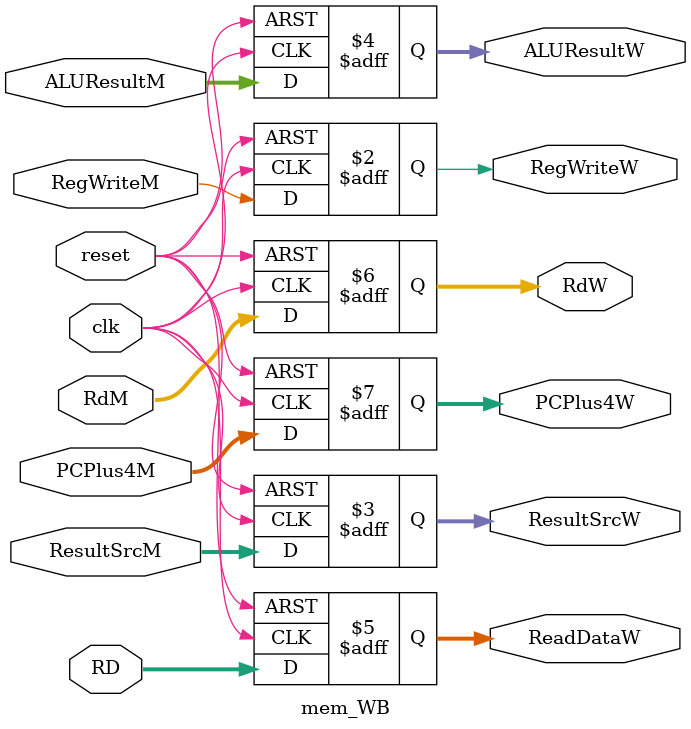
<source format=sv>
`timescale 1ns / 1ps


module mem_WB(
    input logic clk, reset,
    input logic RegWriteM,
    input logic [1:0] ResultSrcM,
    input logic [31:0] ALUResultM,
    input logic [31:0] RD,
    input logic [4:0] RdM,
    input logic [31:0] PCPlus4M,
    
    output logic RegWriteW,
    output logic [1:0] ResultSrcW,
    output logic [31:0] ALUResultW,
    output logic [31:0] ReadDataW,
    output logic [4:0] RdW,
    output logic [31:0] PCPlus4W
    );


always_ff @(posedge clk, posedge reset)
    if(reset)begin
    RegWriteW <= 0;
    ResultSrcW <= 0;
    ALUResultW <= 0;
    ReadDataW <= 0;
    RdW <= 0;
    PCPlus4W <= 0;
    end
    
    else begin
    RegWriteW <= RegWriteM;
    ResultSrcW <= ResultSrcM;
    ALUResultW <= ALUResultM;
    ReadDataW <= RD;
    RdW <= RdM;
    PCPlus4W <= PCPlus4M;
    end
endmodule
</source>
